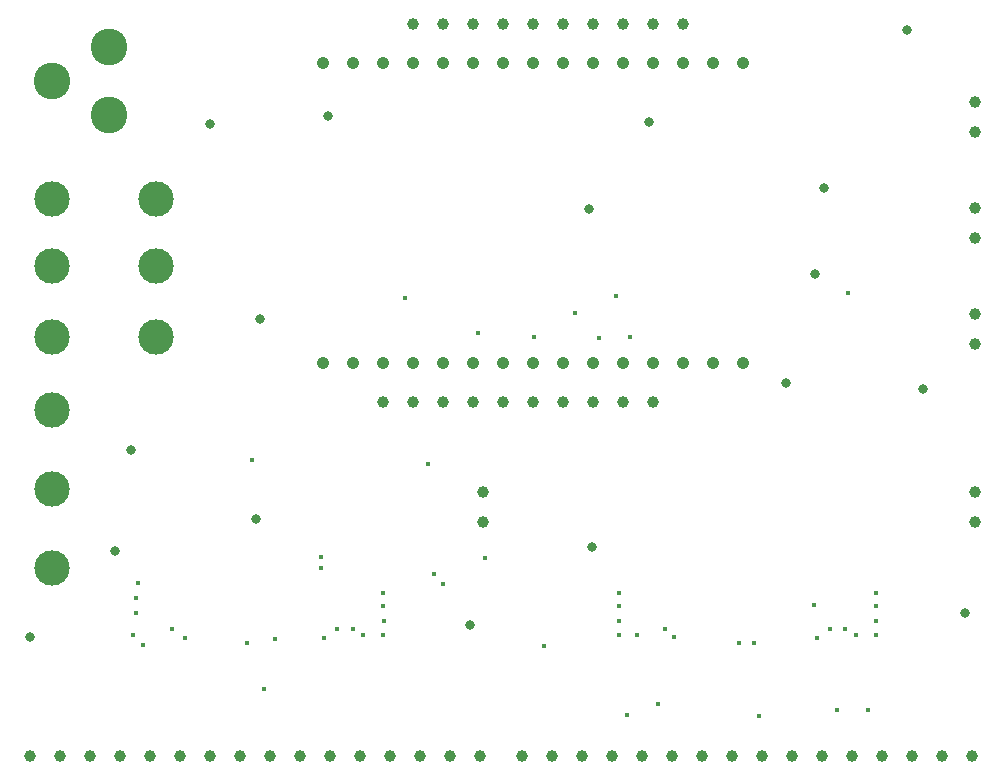
<source format=gbr>
%TF.GenerationSoftware,KiCad,Pcbnew,7.0.8*%
%TF.CreationDate,2023-12-07T20:57:22+01:00*%
%TF.ProjectId,MAIN,4d41494e-2e6b-4696-9361-645f70636258,rev?*%
%TF.SameCoordinates,Original*%
%TF.FileFunction,Plated,1,2,PTH,Drill*%
%TF.FilePolarity,Positive*%
%FSLAX46Y46*%
G04 Gerber Fmt 4.6, Leading zero omitted, Abs format (unit mm)*
G04 Created by KiCad (PCBNEW 7.0.8) date 2023-12-07 20:57:22*
%MOMM*%
%LPD*%
G01*
G04 APERTURE LIST*
%TA.AperFunction,ViaDrill*%
%ADD10C,0.400000*%
%TD*%
%TA.AperFunction,ViaDrill*%
%ADD11C,0.800000*%
%TD*%
%TA.AperFunction,ComponentDrill*%
%ADD12C,1.000000*%
%TD*%
%TA.AperFunction,ComponentDrill*%
%ADD13C,1.040000*%
%TD*%
%TA.AperFunction,ComponentDrill*%
%ADD14C,3.000000*%
%TD*%
%TA.AperFunction,ComponentDrill*%
%ADD15C,3.105000*%
%TD*%
G04 APERTURE END LIST*
D10*
X84184826Y-131281862D03*
X84399160Y-128105095D03*
X84400000Y-129400000D03*
X84600000Y-126800000D03*
X85000000Y-132100000D03*
X87475000Y-130725000D03*
X88575000Y-131525000D03*
X93800000Y-131900000D03*
X94300000Y-116400000D03*
X95300000Y-135800000D03*
X96199986Y-131575000D03*
X100100000Y-124600497D03*
X100100000Y-125600000D03*
X100375000Y-131500000D03*
X101475000Y-130700000D03*
X102787500Y-130712500D03*
X103687500Y-131212500D03*
X105375000Y-127700000D03*
X105375000Y-128800000D03*
X105375000Y-131200000D03*
X105408364Y-130066636D03*
X107200000Y-102700000D03*
X109200000Y-116800000D03*
X109642438Y-126075000D03*
X110400000Y-126900000D03*
X113400000Y-105700000D03*
X113950054Y-124700000D03*
X118100000Y-106000000D03*
X119000000Y-132200000D03*
X121600000Y-104000000D03*
X123600000Y-106100000D03*
X125100000Y-102500000D03*
X125291636Y-130091636D03*
X125296847Y-127691217D03*
X125325000Y-128825000D03*
X125325000Y-131225000D03*
X126000000Y-138000000D03*
X126300000Y-106000000D03*
X126875000Y-131200000D03*
X128600000Y-137110076D03*
X129200000Y-130725000D03*
X130015522Y-131411607D03*
X135457500Y-131917500D03*
X136757500Y-131917494D03*
X137200000Y-138100000D03*
X141800000Y-128700000D03*
X142100000Y-131500000D03*
X143200000Y-130700000D03*
X143825000Y-137575000D03*
X144500000Y-130700000D03*
X144700000Y-102300000D03*
X145400000Y-131200000D03*
X146375000Y-137575000D03*
X147075000Y-127697671D03*
X147075000Y-128800000D03*
X147075000Y-130071657D03*
X147075000Y-131200000D03*
D11*
X75500000Y-131400000D03*
X82700000Y-124100000D03*
X84000000Y-115600000D03*
X90700000Y-88000000D03*
X94600000Y-121400000D03*
X94900000Y-104500000D03*
X100700000Y-87300000D03*
X112700000Y-130400000D03*
X122800000Y-95200000D03*
X123057208Y-123820982D03*
X127900000Y-87800000D03*
X139500000Y-109900000D03*
X141900000Y-100700000D03*
X142700000Y-93400000D03*
X149700000Y-80000000D03*
X151100000Y-110400000D03*
X154600000Y-129400000D03*
D12*
%TO.C,J2*%
X75450000Y-141525000D03*
X77990000Y-141525000D03*
X80530000Y-141525000D03*
X83070000Y-141525000D03*
X85610000Y-141525000D03*
X88150000Y-141525000D03*
X90690000Y-141525000D03*
X93230000Y-141525000D03*
X95770000Y-141525000D03*
X98310000Y-141525000D03*
X100850000Y-141525000D03*
X103390000Y-141525000D03*
%TO.C,J3*%
X105345000Y-111500000D03*
%TO.C,J2*%
X105930000Y-141525000D03*
%TO.C,J4*%
X107885000Y-79500000D03*
%TO.C,J3*%
X107885000Y-111500000D03*
%TO.C,J2*%
X108470000Y-141525000D03*
%TO.C,J4*%
X110425000Y-79500000D03*
%TO.C,J3*%
X110425000Y-111500000D03*
%TO.C,J2*%
X111010000Y-141525000D03*
%TO.C,J4*%
X112965000Y-79500000D03*
%TO.C,J3*%
X112965000Y-111500000D03*
%TO.C,J2*%
X113550000Y-141525000D03*
%TO.C,J11*%
X113800000Y-119160000D03*
X113800000Y-121700000D03*
%TO.C,J4*%
X115505000Y-79500000D03*
%TO.C,J3*%
X115505000Y-111500000D03*
%TO.C,J1*%
X117150000Y-141525000D03*
%TO.C,J4*%
X118045000Y-79500000D03*
%TO.C,J3*%
X118045000Y-111500000D03*
%TO.C,J1*%
X119690000Y-141525000D03*
%TO.C,J4*%
X120585000Y-79500000D03*
%TO.C,J3*%
X120585000Y-111500000D03*
%TO.C,J1*%
X122230000Y-141525000D03*
%TO.C,J4*%
X123125000Y-79500000D03*
%TO.C,J3*%
X123125000Y-111500000D03*
%TO.C,J1*%
X124770000Y-141525000D03*
%TO.C,J4*%
X125665000Y-79500000D03*
%TO.C,J3*%
X125665000Y-111500000D03*
%TO.C,J1*%
X127310000Y-141525000D03*
%TO.C,J4*%
X128205000Y-79500000D03*
%TO.C,J3*%
X128205000Y-111500000D03*
%TO.C,J1*%
X129850000Y-141525000D03*
%TO.C,J4*%
X130745000Y-79500000D03*
%TO.C,J1*%
X132390000Y-141525000D03*
X134930000Y-141525000D03*
X137470000Y-141525000D03*
X140010000Y-141525000D03*
X142550000Y-141525000D03*
X145090000Y-141525000D03*
X147630000Y-141525000D03*
X150170000Y-141525000D03*
X152710000Y-141525000D03*
X155250000Y-141525000D03*
%TO.C,J12*%
X155500000Y-86135000D03*
X155500000Y-88675000D03*
%TO.C,J5*%
X155500000Y-95085000D03*
X155500000Y-97625000D03*
%TO.C,J6*%
X155500000Y-104035000D03*
X155500000Y-106575000D03*
%TO.C,J10*%
X155500000Y-119135000D03*
X155500000Y-121675000D03*
D13*
%TO.C,U1*%
X100265000Y-82800000D03*
X100265000Y-108200000D03*
X102805000Y-82800000D03*
X102805000Y-108200000D03*
X105345000Y-82800000D03*
X105345000Y-108200000D03*
X107885000Y-82800000D03*
X107885000Y-108200000D03*
X110425000Y-82800000D03*
X110425000Y-108200000D03*
X112965000Y-82800000D03*
X112965000Y-108200000D03*
X115505000Y-82800000D03*
X115505000Y-108200000D03*
X118045000Y-82800000D03*
X118045000Y-108200000D03*
X120585000Y-82800000D03*
X120585000Y-108200000D03*
X123125000Y-82800000D03*
X123125000Y-108200000D03*
X125665000Y-82800000D03*
X125665000Y-108200000D03*
X128205000Y-82800000D03*
X128205000Y-108200000D03*
X130745000Y-82800000D03*
X130745000Y-108200000D03*
X133285000Y-82800000D03*
X133285000Y-108200000D03*
X135825000Y-82800000D03*
X135825000Y-108200000D03*
D14*
%TO.C,J7*%
X77290000Y-112200000D03*
X77290000Y-125600000D03*
%TO.C,J13*%
X77300000Y-94300000D03*
%TO.C,J14*%
X77300000Y-100000000D03*
%TO.C,J8*%
X77300000Y-106000000D03*
%TO.C,J7*%
X77300000Y-118900000D03*
%TO.C,J13*%
X86100000Y-94300000D03*
%TO.C,J14*%
X86100000Y-100000000D03*
%TO.C,J8*%
X86100000Y-106000000D03*
D15*
%TO.C,J9*%
X77320000Y-84330000D03*
X82120000Y-81430000D03*
X82120000Y-87180000D03*
M02*

</source>
